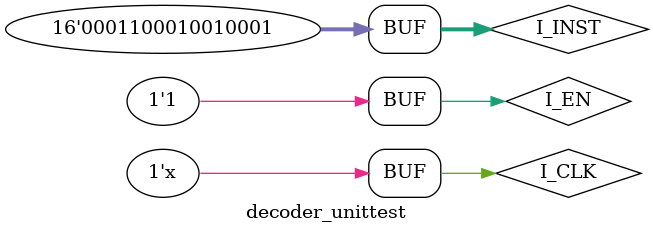
<source format=v>
`timescale 1ns / 1ps

module decoder_unittest();
	//variable declerations
	//reg
	reg I_CLK	;
	reg I_EN	;
	reg [15:0] I_INST	;
	//wires
	wire [4:0] O_ALUOP;
	wire [3:0] O_SELA;
	wire [3:0] O_SELB;
	wire [3:0] O_SELD;
	wire [15:0] O_IMME;
	wire O_REGWE;

inst_deco inst_unit(
	//INPUTS
	I_CLK	,
	I_EN	,
	I_INST	,
	//OUTPUTS
	O_ALUOP	,
 	O_SELA	,
	O_SELB	,
 	O_SELD	,
 	O_IMME	,
	O_REGWE
);

	initial begin
		//time equal to 0
		I_CLK	= 0;
		I_EN	= 0;
		I_INST	= 0;
		//time = 10
		#10;
		I_INST = 16'b1100011100000111;
		//time = 20
		#10;
		I_EN = 1;
		//time = 70
		#50;
		I_INST = 16'b0001100010010001;
	end
	
	always begin
		#5;
		I_CLK = ~I_CLK;
	end
		

endmodule
</source>
